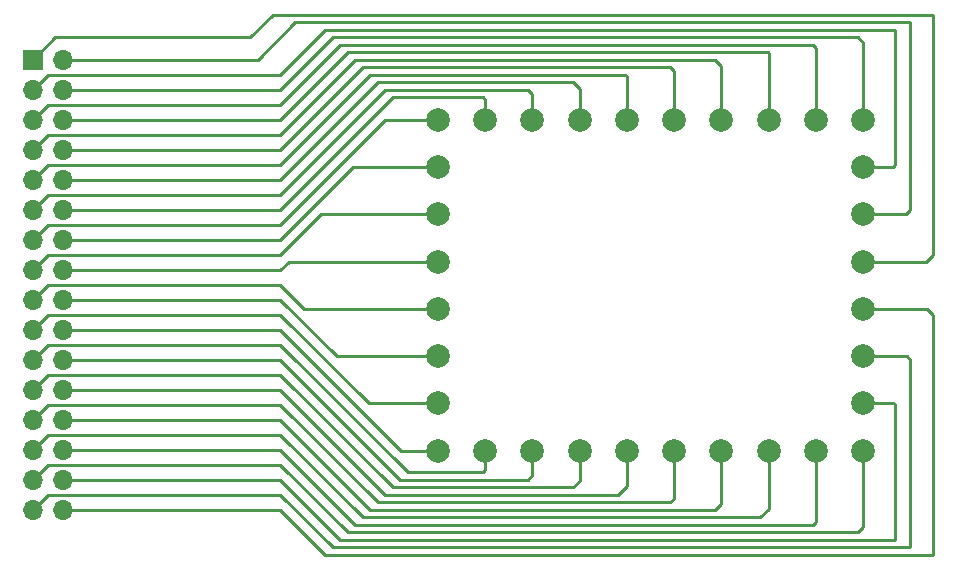
<source format=gbr>
%TF.GenerationSoftware,KiCad,Pcbnew,7.0.6*%
%TF.CreationDate,2023-08-02T14:23:40+01:00*%
%TF.ProjectId,Outline3,4f75746c-696e-4653-932e-6b696361645f,rev?*%
%TF.SameCoordinates,Original*%
%TF.FileFunction,Copper,L1,Top*%
%TF.FilePolarity,Positive*%
%FSLAX46Y46*%
G04 Gerber Fmt 4.6, Leading zero omitted, Abs format (unit mm)*
G04 Created by KiCad (PCBNEW 7.0.6) date 2023-08-02 14:23:40*
%MOMM*%
%LPD*%
G01*
G04 APERTURE LIST*
%TA.AperFunction,ComponentPad*%
%ADD10R,1.700000X1.700000*%
%TD*%
%TA.AperFunction,ComponentPad*%
%ADD11O,1.700000X1.700000*%
%TD*%
%TA.AperFunction,SMDPad,CuDef*%
%ADD12C,2.000000*%
%TD*%
%TA.AperFunction,Conductor*%
%ADD13C,0.250000*%
%TD*%
G04 APERTURE END LIST*
D10*
%TO.P,REF\u002A\u002A,1*%
%TO.N,N/C*%
X161925000Y-18925000D03*
D11*
%TO.P,REF\u002A\u002A,2*%
X164465000Y-18925000D03*
%TO.P,REF\u002A\u002A,3*%
X161925000Y-21465000D03*
%TO.P,REF\u002A\u002A,4*%
X164465000Y-21465000D03*
%TO.P,REF\u002A\u002A,5*%
X161925000Y-24005000D03*
%TO.P,REF\u002A\u002A,6*%
X164465000Y-24005000D03*
%TO.P,REF\u002A\u002A,7*%
X161925000Y-26545000D03*
%TO.P,REF\u002A\u002A,8*%
X164465000Y-26545000D03*
%TO.P,REF\u002A\u002A,9*%
X161925000Y-29085000D03*
%TO.P,REF\u002A\u002A,10*%
X164465000Y-29085000D03*
%TO.P,REF\u002A\u002A,11*%
X161925000Y-31625000D03*
%TO.P,REF\u002A\u002A,12*%
X164465000Y-31625000D03*
%TO.P,REF\u002A\u002A,13*%
X161925000Y-34165000D03*
%TO.P,REF\u002A\u002A,14*%
X164465000Y-34165000D03*
%TO.P,REF\u002A\u002A,15*%
X161925000Y-36705000D03*
%TO.P,REF\u002A\u002A,16*%
X164465000Y-36705000D03*
%TO.P,REF\u002A\u002A,17*%
X161925000Y-39245000D03*
%TO.P,REF\u002A\u002A,18*%
X164465000Y-39245000D03*
%TO.P,REF\u002A\u002A,19*%
X161925000Y-41785000D03*
%TO.P,REF\u002A\u002A,20*%
X164465000Y-41785000D03*
%TO.P,REF\u002A\u002A,21*%
X161925000Y-44325000D03*
%TO.P,REF\u002A\u002A,22*%
X164465000Y-44325000D03*
%TO.P,REF\u002A\u002A,23*%
X161925000Y-46865000D03*
%TO.P,REF\u002A\u002A,24*%
X164465000Y-46865000D03*
%TO.P,REF\u002A\u002A,25*%
X161925000Y-49405000D03*
%TO.P,REF\u002A\u002A,26*%
X164465000Y-49405000D03*
%TO.P,REF\u002A\u002A,27*%
X161925000Y-51945000D03*
%TO.P,REF\u002A\u002A,28*%
X164465000Y-51945000D03*
%TO.P,REF\u002A\u002A,29*%
X161925000Y-54485000D03*
%TO.P,REF\u002A\u002A,30*%
X164465000Y-54485000D03*
%TO.P,REF\u002A\u002A,31*%
X161925000Y-57025000D03*
%TO.P,REF\u002A\u002A,32*%
X164465000Y-57025000D03*
%TD*%
D12*
%TO.P,REF\u002A\u002A,1*%
%TO.N,N/C*%
X196215000Y-24005000D03*
X196215000Y-24005000D03*
X196215000Y-28005000D03*
X196215000Y-32005000D03*
X196215000Y-36005000D03*
X196215000Y-40005000D03*
X196215000Y-44005000D03*
X196215000Y-48005000D03*
X196215000Y-52005000D03*
X200215000Y-24005000D03*
X200215000Y-52005000D03*
X204215000Y-24005000D03*
X204215000Y-52005000D03*
X208215000Y-24005000D03*
X208215000Y-52005000D03*
X212215000Y-24005000D03*
X212215000Y-52005000D03*
X216215000Y-24005000D03*
X216215000Y-52005000D03*
X220215000Y-24005000D03*
X220215000Y-52005000D03*
X224215000Y-24005000D03*
X224215000Y-52005000D03*
X228215000Y-24005000D03*
X228215000Y-52005000D03*
X232215000Y-24005000D03*
X232215000Y-28005000D03*
X232215000Y-32005000D03*
X232215000Y-36005000D03*
X232215000Y-40005000D03*
X232215000Y-44005000D03*
X232215000Y-48005000D03*
X232215000Y-52005000D03*
%TD*%
D13*
%TO.N,*%
X204215000Y-54105000D02*
X203835000Y-54485000D01*
X235840000Y-32005000D02*
X232215000Y-32005000D01*
X163195000Y-30355000D02*
X161925000Y-31625000D01*
X193040000Y-54485000D02*
X182880000Y-44325000D01*
X191770000Y-21465000D02*
X182880000Y-30355000D01*
X163195000Y-43055000D02*
X161925000Y-44325000D01*
X182880000Y-48135000D02*
X163195000Y-48135000D01*
X180340000Y-17020000D02*
X163830000Y-17020000D01*
X163195000Y-40515000D02*
X161925000Y-41785000D01*
X182880000Y-46865000D02*
X164465000Y-46865000D01*
X215900000Y-56390000D02*
X191135000Y-56390000D01*
X219710000Y-57025000D02*
X190500000Y-57025000D01*
X189230000Y-18925000D02*
X182880000Y-25275000D01*
X196215000Y-36005000D02*
X183580000Y-36005000D01*
X196215000Y-52005000D02*
X193100000Y-52005000D01*
X191135000Y-56390000D02*
X182880000Y-48135000D01*
X231775000Y-58930000D02*
X188595000Y-58930000D01*
X163195000Y-50675000D02*
X161925000Y-51945000D01*
X196215000Y-28005000D02*
X189040000Y-28005000D01*
X187325000Y-17020000D02*
X182880000Y-21465000D01*
X190370000Y-48005000D02*
X182880000Y-40515000D01*
X216215000Y-24005000D02*
X216215000Y-19875000D01*
X224215000Y-52005000D02*
X224215000Y-56965000D01*
X163195000Y-22735000D02*
X161925000Y-24005000D01*
X163195000Y-25275000D02*
X161925000Y-26545000D01*
X182880000Y-45595000D02*
X163195000Y-45595000D01*
X234950000Y-59565000D02*
X187960000Y-59565000D01*
X212215000Y-54995000D02*
X211455000Y-55755000D01*
X182880000Y-25275000D02*
X163195000Y-25275000D01*
X200215000Y-24005000D02*
X200215000Y-22290000D01*
X212215000Y-20320000D02*
X212090000Y-20195000D01*
X163195000Y-45595000D02*
X161925000Y-46865000D01*
X203835000Y-21465000D02*
X191770000Y-21465000D01*
X189865000Y-19560000D02*
X182880000Y-26545000D01*
X186690000Y-60835000D02*
X182880000Y-57025000D01*
X232215000Y-28005000D02*
X234760000Y-28005000D01*
X182880000Y-36705000D02*
X164465000Y-36705000D01*
X196215000Y-48005000D02*
X190370000Y-48005000D01*
X182880000Y-26545000D02*
X164465000Y-26545000D01*
X182880000Y-37975000D02*
X163195000Y-37975000D01*
X182880000Y-49405000D02*
X164465000Y-49405000D01*
X196215000Y-24005000D02*
X191770000Y-24005000D01*
X207645000Y-55120000D02*
X192405000Y-55120000D01*
X216215000Y-52005000D02*
X216215000Y-56075000D01*
X232215000Y-58490000D02*
X231775000Y-58930000D01*
X182880000Y-21465000D02*
X164465000Y-21465000D01*
X220215000Y-56520000D02*
X219710000Y-57025000D01*
X163195000Y-35435000D02*
X161925000Y-36705000D01*
X231775000Y-17020000D02*
X187325000Y-17020000D01*
X182880000Y-43055000D02*
X163195000Y-43055000D01*
X182880000Y-31625000D02*
X164465000Y-31625000D01*
X191770000Y-24005000D02*
X182880000Y-32895000D01*
X215900000Y-19560000D02*
X189865000Y-19560000D01*
X220215000Y-19430000D02*
X219710000Y-18925000D01*
X190500000Y-20195000D02*
X182880000Y-27815000D01*
X189040000Y-28005000D02*
X182880000Y-34165000D01*
X182880000Y-20195000D02*
X163195000Y-20195000D01*
X182880000Y-24005000D02*
X164465000Y-24005000D01*
X163195000Y-32895000D02*
X161925000Y-34165000D01*
X223520000Y-57660000D02*
X189865000Y-57660000D01*
X200215000Y-52005000D02*
X200215000Y-53660000D01*
X208215000Y-21400000D02*
X207645000Y-20830000D01*
X182880000Y-27815000D02*
X163195000Y-27815000D01*
X236220000Y-31625000D02*
X235840000Y-32005000D01*
X227965000Y-17655000D02*
X187960000Y-17655000D01*
X200215000Y-22290000D02*
X200025000Y-22100000D01*
X188595000Y-18290000D02*
X182880000Y-24005000D01*
X192405000Y-22100000D02*
X182880000Y-31625000D01*
X187640000Y-44005000D02*
X182880000Y-39245000D01*
X186310000Y-32005000D02*
X182880000Y-35435000D01*
X187960000Y-59565000D02*
X182880000Y-54485000D01*
X163195000Y-37975000D02*
X161925000Y-39245000D01*
X196215000Y-40005000D02*
X184910000Y-40005000D01*
X234950000Y-48135000D02*
X234950000Y-59565000D01*
X212215000Y-52005000D02*
X212215000Y-54995000D01*
X207645000Y-20830000D02*
X191135000Y-20830000D01*
X180975000Y-18925000D02*
X164465000Y-18925000D01*
X236220000Y-60200000D02*
X187325000Y-60200000D01*
X182880000Y-32895000D02*
X163195000Y-32895000D01*
X187960000Y-17655000D02*
X182880000Y-22735000D01*
X237555000Y-36005000D02*
X232215000Y-36005000D01*
X237615000Y-40005000D02*
X238125000Y-40515000D01*
X182880000Y-41785000D02*
X164465000Y-41785000D01*
X182880000Y-55755000D02*
X163195000Y-55755000D01*
X193675000Y-53850000D02*
X182880000Y-43055000D01*
X224215000Y-56965000D02*
X223520000Y-57660000D01*
X234820000Y-48005000D02*
X234950000Y-48135000D01*
X191770000Y-55755000D02*
X182880000Y-46865000D01*
X192405000Y-55120000D02*
X182880000Y-45595000D01*
X232215000Y-24005000D02*
X232215000Y-17460000D01*
X163195000Y-55755000D02*
X161925000Y-57025000D01*
X216215000Y-19875000D02*
X215900000Y-19560000D01*
X184150000Y-15750000D02*
X236220000Y-15750000D01*
X224155000Y-18290000D02*
X188595000Y-18290000D01*
X228215000Y-52005000D02*
X228215000Y-58045000D01*
X163195000Y-53215000D02*
X161925000Y-54485000D01*
X228215000Y-58045000D02*
X227965000Y-58295000D01*
X182880000Y-39245000D02*
X164465000Y-39245000D01*
X236220000Y-44325000D02*
X236220000Y-60200000D01*
X189230000Y-58295000D02*
X182880000Y-51945000D01*
X219710000Y-18925000D02*
X189230000Y-18925000D01*
X238125000Y-60835000D02*
X186690000Y-60835000D01*
X182880000Y-44325000D02*
X164465000Y-44325000D01*
X232215000Y-17460000D02*
X231775000Y-17020000D01*
X193100000Y-52005000D02*
X182880000Y-41785000D01*
X190500000Y-57025000D02*
X182880000Y-49405000D01*
X200025000Y-22100000D02*
X192405000Y-22100000D01*
X208215000Y-54550000D02*
X207645000Y-55120000D01*
X234950000Y-16385000D02*
X186690000Y-16385000D01*
X184150000Y-15750000D02*
X180975000Y-18925000D01*
X232215000Y-44005000D02*
X235900000Y-44005000D01*
X182880000Y-53215000D02*
X163195000Y-53215000D01*
X208215000Y-52005000D02*
X208215000Y-54550000D01*
X182880000Y-35435000D02*
X163195000Y-35435000D01*
X227965000Y-58295000D02*
X189230000Y-58295000D01*
X238125000Y-35435000D02*
X237555000Y-36005000D01*
X234950000Y-27815000D02*
X234950000Y-16385000D01*
X235900000Y-44005000D02*
X236220000Y-44325000D01*
X211455000Y-55755000D02*
X191770000Y-55755000D01*
X182880000Y-30355000D02*
X163195000Y-30355000D01*
X212090000Y-20195000D02*
X190500000Y-20195000D01*
X186690000Y-16385000D02*
X182880000Y-20195000D01*
X163195000Y-48135000D02*
X161925000Y-49405000D01*
X196215000Y-32005000D02*
X186310000Y-32005000D01*
X236220000Y-15750000D02*
X236220000Y-31625000D01*
X184910000Y-40005000D02*
X182880000Y-37975000D01*
X189865000Y-57660000D02*
X182880000Y-50675000D01*
X224215000Y-18350000D02*
X224155000Y-18290000D01*
X182880000Y-40515000D02*
X163195000Y-40515000D01*
X182880000Y-51945000D02*
X164465000Y-51945000D01*
X182880000Y-34165000D02*
X164465000Y-34165000D01*
X212215000Y-24005000D02*
X212215000Y-20320000D01*
X187325000Y-60200000D02*
X182880000Y-55755000D01*
X182880000Y-29085000D02*
X164465000Y-29085000D01*
X228215000Y-24005000D02*
X228215000Y-17905000D01*
X220215000Y-24005000D02*
X220215000Y-19430000D01*
X182880000Y-57025000D02*
X164465000Y-57025000D01*
X204215000Y-52005000D02*
X204215000Y-54105000D01*
X188595000Y-58930000D02*
X182880000Y-53215000D01*
X220215000Y-52005000D02*
X220215000Y-56520000D01*
X196215000Y-44005000D02*
X187640000Y-44005000D01*
X234760000Y-28005000D02*
X234950000Y-27815000D01*
X200215000Y-53660000D02*
X200025000Y-53850000D01*
X183580000Y-36005000D02*
X182880000Y-36705000D01*
X203835000Y-54485000D02*
X193040000Y-54485000D01*
X238125000Y-15115000D02*
X238125000Y-35435000D01*
X191135000Y-20830000D02*
X182880000Y-29085000D01*
X182880000Y-54485000D02*
X164465000Y-54485000D01*
X200025000Y-53850000D02*
X193675000Y-53850000D01*
X238125000Y-40515000D02*
X238125000Y-60835000D01*
X182880000Y-22735000D02*
X163195000Y-22735000D01*
X224215000Y-24005000D02*
X224215000Y-18350000D01*
X204215000Y-24005000D02*
X204215000Y-21845000D01*
X232215000Y-40005000D02*
X237615000Y-40005000D01*
X228215000Y-17905000D02*
X227965000Y-17655000D01*
X163195000Y-27815000D02*
X161925000Y-29085000D01*
X163830000Y-17020000D02*
X161925000Y-18925000D01*
X163195000Y-20195000D02*
X161925000Y-21465000D01*
X208215000Y-24005000D02*
X208215000Y-21400000D01*
X204215000Y-21845000D02*
X203835000Y-21465000D01*
X182245000Y-15115000D02*
X238125000Y-15115000D01*
X182880000Y-50675000D02*
X163195000Y-50675000D01*
X216215000Y-56075000D02*
X215900000Y-56390000D01*
X182245000Y-15115000D02*
X180340000Y-17020000D01*
X232215000Y-52005000D02*
X232215000Y-58490000D01*
X232215000Y-48005000D02*
X234820000Y-48005000D01*
%TD*%
M02*

</source>
